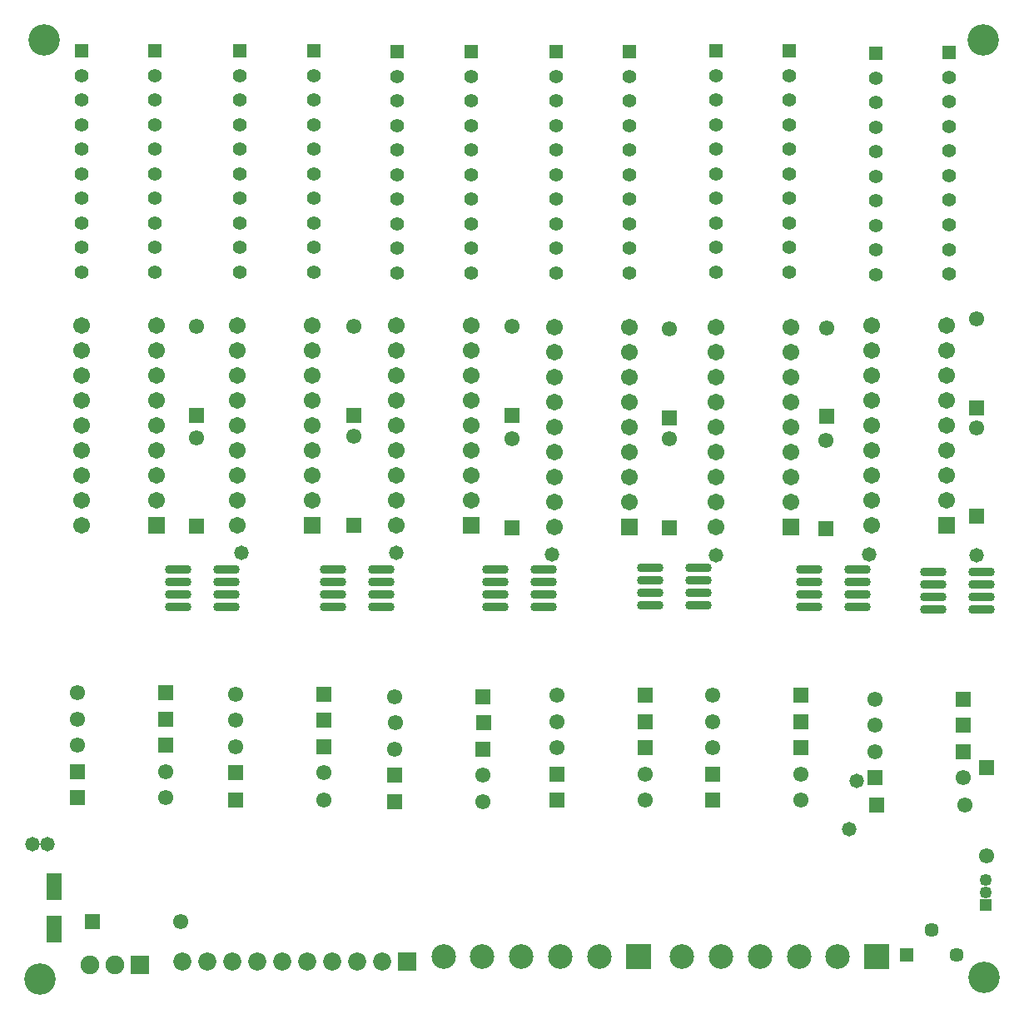
<source format=gts>
G04*
G04 #@! TF.GenerationSoftware,Altium Limited,Altium Designer,24.6.1 (21)*
G04*
G04 Layer_Color=8388736*
%FSLAX25Y25*%
%MOIN*%
G70*
G04*
G04 #@! TF.SameCoordinates,BD51E7C1-7467-4EA1-BF67-8BC641B90C76*
G04*
G04*
G04 #@! TF.FilePolarity,Negative*
G04*
G01*
G75*
%ADD15R,0.06299X0.11024*%
%ADD17O,0.10642X0.03556*%
%ADD18R,0.09843X0.09843*%
%ADD19C,0.09843*%
%ADD20C,0.06706*%
%ADD21R,0.06706X0.06706*%
%ADD22R,0.06115X0.06115*%
%ADD23C,0.06115*%
%ADD24R,0.06115X0.06115*%
%ADD25R,0.07244X0.07244*%
%ADD26C,0.07244*%
%ADD27C,0.05512*%
%ADD28R,0.05512X0.05512*%
%ADD29R,0.04934X0.04934*%
%ADD30C,0.04934*%
%ADD31R,0.05721X0.05721*%
%ADD32C,0.05721*%
%ADD33C,0.07493*%
%ADD34R,0.07493X0.07493*%
%ADD35C,0.12611*%
%ADD36C,0.05800*%
D15*
X168000Y146965D02*
D03*
Y130035D02*
D03*
D17*
X217854Y274000D02*
D03*
Y269000D02*
D03*
Y264000D02*
D03*
Y259000D02*
D03*
X237146Y274000D02*
D03*
Y269000D02*
D03*
Y264000D02*
D03*
Y259000D02*
D03*
X279854Y274000D02*
D03*
Y269000D02*
D03*
Y264000D02*
D03*
Y259000D02*
D03*
X299146Y274000D02*
D03*
Y269000D02*
D03*
Y264000D02*
D03*
Y259000D02*
D03*
X344854Y274000D02*
D03*
Y269000D02*
D03*
Y264000D02*
D03*
Y259000D02*
D03*
X364146Y274000D02*
D03*
Y269000D02*
D03*
Y264000D02*
D03*
Y259000D02*
D03*
X406854Y274500D02*
D03*
Y269500D02*
D03*
Y264500D02*
D03*
Y259500D02*
D03*
X426146Y274500D02*
D03*
Y269500D02*
D03*
Y264500D02*
D03*
Y259500D02*
D03*
X470354Y274000D02*
D03*
Y269000D02*
D03*
Y264000D02*
D03*
Y259000D02*
D03*
X489646Y274000D02*
D03*
Y269000D02*
D03*
Y264000D02*
D03*
Y259000D02*
D03*
X520000Y273000D02*
D03*
Y268000D02*
D03*
Y263000D02*
D03*
Y258000D02*
D03*
X539291Y273000D02*
D03*
Y268000D02*
D03*
Y263000D02*
D03*
Y258000D02*
D03*
D18*
X497453Y119000D02*
D03*
X401953D02*
D03*
D19*
X481862D02*
D03*
X466272D02*
D03*
X450681D02*
D03*
X435090D02*
D03*
X419500D02*
D03*
X324000D02*
D03*
X339591D02*
D03*
X355181D02*
D03*
X370772D02*
D03*
X386362D02*
D03*
D20*
X305000Y371500D02*
D03*
Y361500D02*
D03*
Y351500D02*
D03*
Y341500D02*
D03*
Y331500D02*
D03*
Y321500D02*
D03*
Y311500D02*
D03*
Y301500D02*
D03*
Y291500D02*
D03*
X335000Y371500D02*
D03*
Y361500D02*
D03*
Y351500D02*
D03*
Y341500D02*
D03*
Y331500D02*
D03*
Y321500D02*
D03*
Y311500D02*
D03*
Y301500D02*
D03*
X495500Y371500D02*
D03*
Y361500D02*
D03*
Y351500D02*
D03*
Y341500D02*
D03*
Y331500D02*
D03*
Y321500D02*
D03*
Y311500D02*
D03*
Y301500D02*
D03*
Y291500D02*
D03*
X525500Y371500D02*
D03*
Y361500D02*
D03*
Y351500D02*
D03*
Y341500D02*
D03*
Y331500D02*
D03*
Y321500D02*
D03*
Y311500D02*
D03*
Y301500D02*
D03*
X179000Y371500D02*
D03*
Y361500D02*
D03*
Y351500D02*
D03*
Y341500D02*
D03*
Y331500D02*
D03*
Y321500D02*
D03*
Y311500D02*
D03*
Y301500D02*
D03*
Y291500D02*
D03*
X209000Y371500D02*
D03*
Y361500D02*
D03*
Y351500D02*
D03*
Y341500D02*
D03*
Y331500D02*
D03*
Y321500D02*
D03*
Y311500D02*
D03*
Y301500D02*
D03*
X398500Y301000D02*
D03*
Y311000D02*
D03*
Y321000D02*
D03*
Y331000D02*
D03*
Y341000D02*
D03*
Y351000D02*
D03*
Y361000D02*
D03*
Y371000D02*
D03*
X368500Y291000D02*
D03*
Y301000D02*
D03*
Y311000D02*
D03*
Y321000D02*
D03*
Y331000D02*
D03*
Y341000D02*
D03*
Y351000D02*
D03*
Y361000D02*
D03*
Y371000D02*
D03*
X463000Y301000D02*
D03*
Y311000D02*
D03*
Y321000D02*
D03*
Y331000D02*
D03*
Y341000D02*
D03*
Y351000D02*
D03*
Y361000D02*
D03*
Y371000D02*
D03*
X433000Y291000D02*
D03*
Y301000D02*
D03*
Y311000D02*
D03*
Y321000D02*
D03*
Y331000D02*
D03*
Y341000D02*
D03*
Y351000D02*
D03*
Y361000D02*
D03*
Y371000D02*
D03*
X271500Y301500D02*
D03*
Y311500D02*
D03*
Y321500D02*
D03*
Y331500D02*
D03*
Y341500D02*
D03*
Y351500D02*
D03*
Y361500D02*
D03*
Y371500D02*
D03*
X241500Y291500D02*
D03*
Y301500D02*
D03*
Y311500D02*
D03*
Y321500D02*
D03*
Y331500D02*
D03*
Y341500D02*
D03*
Y351500D02*
D03*
Y361500D02*
D03*
Y371500D02*
D03*
D21*
X335000Y291500D02*
D03*
X525500D02*
D03*
X209000D02*
D03*
X398500Y291000D02*
D03*
X463000D02*
D03*
X271500Y291500D02*
D03*
D22*
X537500Y338784D02*
D03*
X351500Y335784D02*
D03*
X288000D02*
D03*
X537500Y295284D02*
D03*
X477500Y335283D02*
D03*
X477000Y290283D02*
D03*
X414500Y334784D02*
D03*
Y290784D02*
D03*
X351500D02*
D03*
X288000Y291783D02*
D03*
X225000Y291283D02*
D03*
Y335784D02*
D03*
X541500Y194717D02*
D03*
D23*
X537500Y374217D02*
D03*
X351500Y371217D02*
D03*
X288000D02*
D03*
X537500Y330716D02*
D03*
X477500Y370717D02*
D03*
X477000Y325716D02*
D03*
X414500Y370216D02*
D03*
Y326217D02*
D03*
X351500D02*
D03*
X288000Y327217D02*
D03*
X225000Y326716D02*
D03*
Y371217D02*
D03*
X212717Y182500D02*
D03*
X276217Y181500D02*
D03*
X339717Y181000D02*
D03*
X404716Y181500D02*
D03*
X467216D02*
D03*
X532717Y179500D02*
D03*
X212717Y193000D02*
D03*
X177284Y214000D02*
D03*
Y203500D02*
D03*
Y224500D02*
D03*
X276217Y192500D02*
D03*
X339717Y191500D02*
D03*
X304283Y202000D02*
D03*
X304784Y212500D02*
D03*
X304283Y223000D02*
D03*
X404716Y192000D02*
D03*
X369284Y202500D02*
D03*
Y213000D02*
D03*
Y223500D02*
D03*
X467216Y192000D02*
D03*
X431783Y202500D02*
D03*
Y213000D02*
D03*
Y223500D02*
D03*
X532217Y190500D02*
D03*
X496783Y201000D02*
D03*
Y211500D02*
D03*
Y222000D02*
D03*
X240784Y203000D02*
D03*
Y224000D02*
D03*
Y213500D02*
D03*
X541500Y159283D02*
D03*
X218717Y133000D02*
D03*
D24*
X177284Y182500D02*
D03*
X240784Y181500D02*
D03*
X304283Y181000D02*
D03*
X369284Y181500D02*
D03*
X431783D02*
D03*
X497284Y179500D02*
D03*
X177284Y193000D02*
D03*
X212717Y214000D02*
D03*
Y203500D02*
D03*
Y224500D02*
D03*
X240784Y192500D02*
D03*
X304283Y191500D02*
D03*
X339717Y202000D02*
D03*
X340216Y212500D02*
D03*
X339717Y223000D02*
D03*
X369284Y192000D02*
D03*
X404716Y202500D02*
D03*
Y213000D02*
D03*
Y223500D02*
D03*
X431783Y192000D02*
D03*
X467216Y202500D02*
D03*
Y213000D02*
D03*
Y223500D02*
D03*
X496783Y190500D02*
D03*
X532217Y201000D02*
D03*
Y211500D02*
D03*
Y222000D02*
D03*
X276217Y203000D02*
D03*
Y224000D02*
D03*
Y213500D02*
D03*
X183283Y133000D02*
D03*
D25*
X309500Y117000D02*
D03*
D26*
X299500D02*
D03*
X289500D02*
D03*
X279500D02*
D03*
X269500D02*
D03*
X259500D02*
D03*
X249500D02*
D03*
X239500D02*
D03*
X229500D02*
D03*
X219500D02*
D03*
D27*
X179000Y393000D02*
D03*
Y402843D02*
D03*
Y412685D02*
D03*
Y422528D02*
D03*
Y432370D02*
D03*
Y442213D02*
D03*
Y452055D02*
D03*
Y461898D02*
D03*
Y471740D02*
D03*
X208500Y393000D02*
D03*
Y402843D02*
D03*
Y412685D02*
D03*
Y422528D02*
D03*
Y432370D02*
D03*
Y442213D02*
D03*
Y452055D02*
D03*
Y461898D02*
D03*
Y471740D02*
D03*
X272000Y393000D02*
D03*
Y402843D02*
D03*
Y412685D02*
D03*
Y422528D02*
D03*
Y432370D02*
D03*
Y442213D02*
D03*
Y452055D02*
D03*
Y461898D02*
D03*
Y471740D02*
D03*
X305500Y392657D02*
D03*
Y402500D02*
D03*
Y412343D02*
D03*
Y422185D02*
D03*
Y432028D02*
D03*
Y441870D02*
D03*
Y451713D02*
D03*
Y461555D02*
D03*
Y471398D02*
D03*
X334961Y392657D02*
D03*
Y402500D02*
D03*
Y412343D02*
D03*
Y422185D02*
D03*
Y432028D02*
D03*
Y441870D02*
D03*
Y451713D02*
D03*
Y461555D02*
D03*
Y471398D02*
D03*
X369000Y392657D02*
D03*
Y402500D02*
D03*
Y412343D02*
D03*
Y422185D02*
D03*
Y432028D02*
D03*
Y441870D02*
D03*
Y451713D02*
D03*
Y461555D02*
D03*
Y471398D02*
D03*
X398461Y392657D02*
D03*
Y402500D02*
D03*
Y412343D02*
D03*
Y422185D02*
D03*
Y432028D02*
D03*
Y441870D02*
D03*
Y451713D02*
D03*
Y461555D02*
D03*
Y471398D02*
D03*
X433000Y393000D02*
D03*
Y402843D02*
D03*
Y412685D02*
D03*
Y422528D02*
D03*
Y432370D02*
D03*
Y442213D02*
D03*
Y452055D02*
D03*
Y461898D02*
D03*
Y471740D02*
D03*
X462461Y392972D02*
D03*
Y402815D02*
D03*
Y412657D02*
D03*
Y422500D02*
D03*
Y432342D02*
D03*
Y442185D02*
D03*
Y452028D02*
D03*
Y461870D02*
D03*
Y471713D02*
D03*
X496961Y392000D02*
D03*
Y401842D02*
D03*
Y411685D02*
D03*
Y421528D02*
D03*
Y431370D02*
D03*
Y441213D02*
D03*
Y451055D02*
D03*
Y460898D02*
D03*
Y470740D02*
D03*
X526461Y392287D02*
D03*
Y402130D02*
D03*
Y411972D02*
D03*
Y421815D02*
D03*
Y431658D02*
D03*
Y441500D02*
D03*
Y451342D02*
D03*
Y461185D02*
D03*
Y471028D02*
D03*
X242500Y393000D02*
D03*
Y402843D02*
D03*
Y412685D02*
D03*
Y422528D02*
D03*
Y432370D02*
D03*
Y442213D02*
D03*
Y452055D02*
D03*
Y461898D02*
D03*
Y471740D02*
D03*
D28*
X179000Y481583D02*
D03*
X208500D02*
D03*
X272000D02*
D03*
X305500Y481240D02*
D03*
X334961D02*
D03*
X369000D02*
D03*
X398461D02*
D03*
X433000Y481583D02*
D03*
X462461Y481555D02*
D03*
X496961Y480583D02*
D03*
X526461Y480870D02*
D03*
X242500Y481583D02*
D03*
D29*
X541000Y139500D02*
D03*
D30*
Y144500D02*
D03*
Y149500D02*
D03*
D31*
X509500Y119638D02*
D03*
D32*
X519500Y129638D02*
D03*
X529500Y119638D02*
D03*
D33*
X182500Y115500D02*
D03*
X192500D02*
D03*
D34*
X202500D02*
D03*
D35*
X540000Y486000D02*
D03*
X540500Y110500D02*
D03*
X164000Y486000D02*
D03*
X162500Y110000D02*
D03*
D36*
X489422Y189422D02*
D03*
X486500Y170000D02*
D03*
X159500Y164000D02*
D03*
X165500D02*
D03*
X537500Y279500D02*
D03*
X494500Y280000D02*
D03*
X433000Y279500D02*
D03*
X367500Y280000D02*
D03*
X305000Y280500D02*
D03*
X243000D02*
D03*
M02*

</source>
